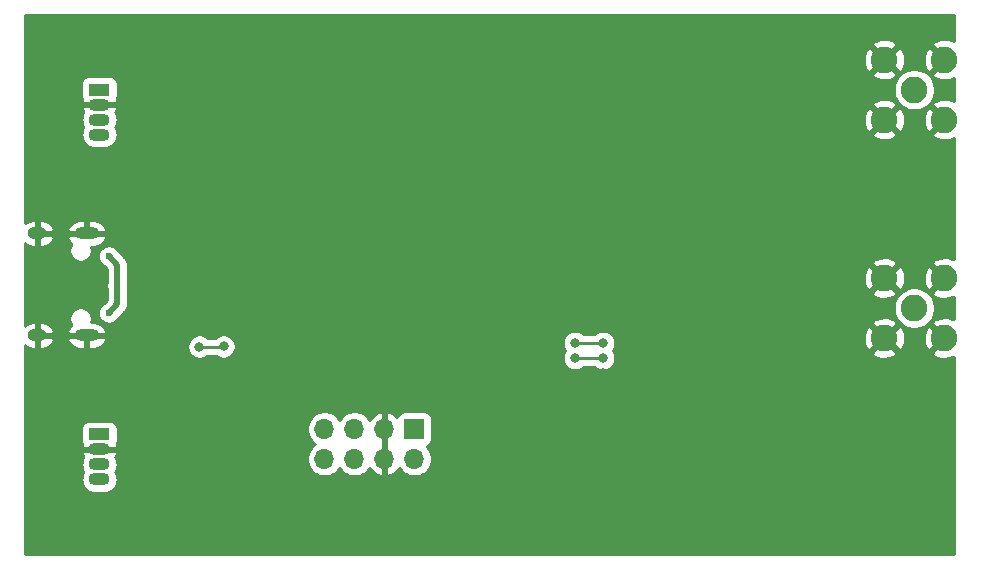
<source format=gbr>
G04 #@! TF.GenerationSoftware,KiCad,Pcbnew,5.1.8-db9833491~87~ubuntu20.04.1*
G04 #@! TF.CreationDate,2020-11-19T09:14:22+01:00*
G04 #@! TF.ProjectId,garfield,67617266-6965-46c6-942e-6b696361645f,v1.0*
G04 #@! TF.SameCoordinates,Original*
G04 #@! TF.FileFunction,Copper,L2,Bot*
G04 #@! TF.FilePolarity,Positive*
%FSLAX46Y46*%
G04 Gerber Fmt 4.6, Leading zero omitted, Abs format (unit mm)*
G04 Created by KiCad (PCBNEW 5.1.8-db9833491~87~ubuntu20.04.1) date 2020-11-19 09:14:22*
%MOMM*%
%LPD*%
G01*
G04 APERTURE LIST*
G04 #@! TA.AperFunction,ComponentPad*
%ADD10O,1.800000X1.070000*%
G04 #@! TD*
G04 #@! TA.AperFunction,ComponentPad*
%ADD11R,1.800000X1.070000*%
G04 #@! TD*
G04 #@! TA.AperFunction,ComponentPad*
%ADD12R,1.700000X1.700000*%
G04 #@! TD*
G04 #@! TA.AperFunction,ComponentPad*
%ADD13O,1.700000X1.700000*%
G04 #@! TD*
G04 #@! TA.AperFunction,ComponentPad*
%ADD14C,2.250000*%
G04 #@! TD*
G04 #@! TA.AperFunction,ComponentPad*
%ADD15O,2.100000X1.000000*%
G04 #@! TD*
G04 #@! TA.AperFunction,ComponentPad*
%ADD16O,1.600000X1.000000*%
G04 #@! TD*
G04 #@! TA.AperFunction,ViaPad*
%ADD17C,0.600000*%
G04 #@! TD*
G04 #@! TA.AperFunction,ViaPad*
%ADD18C,0.800000*%
G04 #@! TD*
G04 #@! TA.AperFunction,Conductor*
%ADD19C,0.500000*%
G04 #@! TD*
G04 #@! TA.AperFunction,Conductor*
%ADD20C,0.250000*%
G04 #@! TD*
G04 #@! TA.AperFunction,Conductor*
%ADD21C,0.254000*%
G04 #@! TD*
G04 #@! TA.AperFunction,Conductor*
%ADD22C,0.100000*%
G04 #@! TD*
G04 APERTURE END LIST*
D10*
X127000000Y-100810000D03*
X127000000Y-99540000D03*
X127000000Y-98270000D03*
D11*
X127000000Y-97000000D03*
X127000000Y-126200000D03*
D10*
X127000000Y-127470000D03*
X127000000Y-128740000D03*
X127000000Y-130010000D03*
D12*
X153670000Y-125730000D03*
D13*
X153670000Y-128270000D03*
X151130000Y-125730000D03*
X151130000Y-128270000D03*
X148590000Y-125730000D03*
X148590000Y-128270000D03*
X146050000Y-125730000D03*
X146050000Y-128270000D03*
D14*
X196000000Y-97000000D03*
X193460000Y-99540000D03*
X198540000Y-99540000D03*
X198540000Y-94460000D03*
X193460000Y-94460000D03*
X193460000Y-112960000D03*
X198540000Y-112960000D03*
X198540000Y-118040000D03*
X193460000Y-118040000D03*
X196000000Y-115500000D03*
D15*
X125930000Y-117820000D03*
X125930000Y-109180000D03*
D16*
X121750000Y-109180000D03*
X121750000Y-117820000D03*
D17*
X130530002Y-113500000D03*
D18*
X127800000Y-122050000D03*
X135000000Y-122050000D03*
X138160000Y-107439998D03*
X143830000Y-119560000D03*
X134930000Y-116330000D03*
X172950000Y-97405000D03*
X172950000Y-111375000D03*
X172950000Y-129875000D03*
X172950000Y-115905000D03*
X149600000Y-112250000D03*
X149600000Y-113750000D03*
D17*
X144200000Y-112750000D03*
D18*
X131430000Y-121190000D03*
X131869996Y-116100000D03*
X131880000Y-110890000D03*
X169650000Y-102490002D03*
X169660000Y-120980000D03*
X142110008Y-122110000D03*
D17*
X127800000Y-115900000D03*
X127800000Y-111100000D03*
X128520011Y-113577490D03*
D18*
X137510000Y-118740000D03*
X135470000Y-118770000D03*
X169650000Y-119730004D03*
X167260004Y-119730000D03*
X169640000Y-118449994D03*
X167260002Y-118450000D03*
D19*
X128520011Y-111820011D02*
X128520011Y-113577490D01*
X127800000Y-111100000D02*
X128520011Y-111820011D01*
X128520011Y-115179989D02*
X128520011Y-113577490D01*
X127800000Y-115900000D02*
X128520011Y-115179989D01*
D20*
X135470000Y-118770000D02*
X137480000Y-118770000D01*
X169650000Y-119730004D02*
X167260008Y-119730004D01*
X167260008Y-119730004D02*
X167260004Y-119730000D01*
X167260008Y-118449994D02*
X167260002Y-118450000D01*
X169640000Y-118449994D02*
X167260008Y-118449994D01*
D21*
X199315000Y-92879813D02*
X199163160Y-92804911D01*
X198828295Y-92715140D01*
X198482350Y-92692424D01*
X198138620Y-92737634D01*
X197810315Y-92849034D01*
X197605921Y-92958286D01*
X197495074Y-93235469D01*
X198540000Y-94280395D01*
X198554143Y-94266253D01*
X198733748Y-94445858D01*
X198719605Y-94460000D01*
X198733748Y-94474143D01*
X198554143Y-94653748D01*
X198540000Y-94639605D01*
X197495074Y-95684531D01*
X197605921Y-95961714D01*
X197916840Y-96115089D01*
X198251705Y-96204860D01*
X198597650Y-96227576D01*
X198941380Y-96182366D01*
X199269685Y-96070966D01*
X199315000Y-96046744D01*
X199315000Y-97959813D01*
X199163160Y-97884911D01*
X198828295Y-97795140D01*
X198482350Y-97772424D01*
X198138620Y-97817634D01*
X197810315Y-97929034D01*
X197605921Y-98038286D01*
X197495074Y-98315469D01*
X198540000Y-99360395D01*
X198554143Y-99346253D01*
X198733748Y-99525858D01*
X198719605Y-99540000D01*
X198733748Y-99554143D01*
X198554143Y-99733748D01*
X198540000Y-99719605D01*
X197495074Y-100764531D01*
X197605921Y-101041714D01*
X197916840Y-101195089D01*
X198251705Y-101284860D01*
X198597650Y-101307576D01*
X198941380Y-101262366D01*
X199269685Y-101150966D01*
X199315000Y-101126744D01*
X199315000Y-111379813D01*
X199163160Y-111304911D01*
X198828295Y-111215140D01*
X198482350Y-111192424D01*
X198138620Y-111237634D01*
X197810315Y-111349034D01*
X197605921Y-111458286D01*
X197495074Y-111735469D01*
X198540000Y-112780395D01*
X198554143Y-112766253D01*
X198733748Y-112945858D01*
X198719605Y-112960000D01*
X198733748Y-112974143D01*
X198554143Y-113153748D01*
X198540000Y-113139605D01*
X197495074Y-114184531D01*
X197605921Y-114461714D01*
X197916840Y-114615089D01*
X198251705Y-114704860D01*
X198597650Y-114727576D01*
X198941380Y-114682366D01*
X199269685Y-114570966D01*
X199315001Y-114546744D01*
X199315001Y-116459813D01*
X199163160Y-116384911D01*
X198828295Y-116295140D01*
X198482350Y-116272424D01*
X198138620Y-116317634D01*
X197810315Y-116429034D01*
X197605921Y-116538286D01*
X197495074Y-116815469D01*
X198540000Y-117860395D01*
X198554143Y-117846253D01*
X198733748Y-118025858D01*
X198719605Y-118040000D01*
X198733748Y-118054143D01*
X198554143Y-118233748D01*
X198540000Y-118219605D01*
X197495074Y-119264531D01*
X197605921Y-119541714D01*
X197916840Y-119695089D01*
X198251705Y-119784860D01*
X198597650Y-119807576D01*
X198941380Y-119762366D01*
X199269685Y-119650966D01*
X199315001Y-119626744D01*
X199315001Y-136315000D01*
X120685000Y-136315000D01*
X120685000Y-128740000D01*
X125459339Y-128740000D01*
X125481929Y-128969360D01*
X125548831Y-129189906D01*
X125647766Y-129375000D01*
X125548831Y-129560094D01*
X125481929Y-129780640D01*
X125459339Y-130010000D01*
X125481929Y-130239360D01*
X125548831Y-130459906D01*
X125657474Y-130663162D01*
X125803682Y-130841318D01*
X125981838Y-130987526D01*
X126185094Y-131096169D01*
X126405640Y-131163071D01*
X126577523Y-131180000D01*
X127422477Y-131180000D01*
X127594360Y-131163071D01*
X127814906Y-131096169D01*
X128018162Y-130987526D01*
X128196318Y-130841318D01*
X128342526Y-130663162D01*
X128451169Y-130459906D01*
X128518071Y-130239360D01*
X128540661Y-130010000D01*
X128518071Y-129780640D01*
X128451169Y-129560094D01*
X128352234Y-129375000D01*
X128451169Y-129189906D01*
X128518071Y-128969360D01*
X128540661Y-128740000D01*
X128518071Y-128510640D01*
X128451169Y-128290094D01*
X128350846Y-128102404D01*
X128408377Y-128014421D01*
X128493900Y-127777383D01*
X128368244Y-127597000D01*
X127627560Y-127597000D01*
X127594360Y-127586929D01*
X127422477Y-127570000D01*
X126577523Y-127570000D01*
X126405640Y-127586929D01*
X126372440Y-127597000D01*
X125631756Y-127597000D01*
X125506100Y-127777383D01*
X125591623Y-128014421D01*
X125649154Y-128102404D01*
X125548831Y-128290094D01*
X125481929Y-128510640D01*
X125459339Y-128740000D01*
X120685000Y-128740000D01*
X120685000Y-125665000D01*
X125461928Y-125665000D01*
X125461928Y-126735000D01*
X125474188Y-126859482D01*
X125510498Y-126979180D01*
X125547385Y-127048190D01*
X125506100Y-127162617D01*
X125631756Y-127343000D01*
X125916800Y-127343000D01*
X125975518Y-127360812D01*
X126100000Y-127373072D01*
X127900000Y-127373072D01*
X128024482Y-127360812D01*
X128083200Y-127343000D01*
X128368244Y-127343000D01*
X128493900Y-127162617D01*
X128452615Y-127048190D01*
X128489502Y-126979180D01*
X128525812Y-126859482D01*
X128538072Y-126735000D01*
X128538072Y-125665000D01*
X128530069Y-125583740D01*
X144565000Y-125583740D01*
X144565000Y-125876260D01*
X144622068Y-126163158D01*
X144734010Y-126433411D01*
X144896525Y-126676632D01*
X145103368Y-126883475D01*
X145277760Y-127000000D01*
X145103368Y-127116525D01*
X144896525Y-127323368D01*
X144734010Y-127566589D01*
X144622068Y-127836842D01*
X144565000Y-128123740D01*
X144565000Y-128416260D01*
X144622068Y-128703158D01*
X144734010Y-128973411D01*
X144896525Y-129216632D01*
X145103368Y-129423475D01*
X145346589Y-129585990D01*
X145616842Y-129697932D01*
X145903740Y-129755000D01*
X146196260Y-129755000D01*
X146483158Y-129697932D01*
X146753411Y-129585990D01*
X146996632Y-129423475D01*
X147203475Y-129216632D01*
X147320000Y-129042240D01*
X147436525Y-129216632D01*
X147643368Y-129423475D01*
X147886589Y-129585990D01*
X148156842Y-129697932D01*
X148443740Y-129755000D01*
X148736260Y-129755000D01*
X149023158Y-129697932D01*
X149293411Y-129585990D01*
X149536632Y-129423475D01*
X149743475Y-129216632D01*
X149865195Y-129034466D01*
X149934822Y-129151355D01*
X150129731Y-129367588D01*
X150363080Y-129541641D01*
X150625901Y-129666825D01*
X150773110Y-129711476D01*
X151003000Y-129590155D01*
X151003000Y-128397000D01*
X150983000Y-128397000D01*
X150983000Y-128143000D01*
X151003000Y-128143000D01*
X151003000Y-125857000D01*
X150983000Y-125857000D01*
X150983000Y-125603000D01*
X151003000Y-125603000D01*
X151003000Y-124409845D01*
X151257000Y-124409845D01*
X151257000Y-125603000D01*
X151277000Y-125603000D01*
X151277000Y-125857000D01*
X151257000Y-125857000D01*
X151257000Y-128143000D01*
X151277000Y-128143000D01*
X151277000Y-128397000D01*
X151257000Y-128397000D01*
X151257000Y-129590155D01*
X151486890Y-129711476D01*
X151634099Y-129666825D01*
X151896920Y-129541641D01*
X152130269Y-129367588D01*
X152325178Y-129151355D01*
X152394805Y-129034466D01*
X152516525Y-129216632D01*
X152723368Y-129423475D01*
X152966589Y-129585990D01*
X153236842Y-129697932D01*
X153523740Y-129755000D01*
X153816260Y-129755000D01*
X154103158Y-129697932D01*
X154373411Y-129585990D01*
X154616632Y-129423475D01*
X154823475Y-129216632D01*
X154985990Y-128973411D01*
X155097932Y-128703158D01*
X155155000Y-128416260D01*
X155155000Y-128123740D01*
X155097932Y-127836842D01*
X154985990Y-127566589D01*
X154823475Y-127323368D01*
X154691620Y-127191513D01*
X154764180Y-127169502D01*
X154874494Y-127110537D01*
X154971185Y-127031185D01*
X155050537Y-126934494D01*
X155109502Y-126824180D01*
X155145812Y-126704482D01*
X155158072Y-126580000D01*
X155158072Y-124880000D01*
X155145812Y-124755518D01*
X155109502Y-124635820D01*
X155050537Y-124525506D01*
X154971185Y-124428815D01*
X154874494Y-124349463D01*
X154764180Y-124290498D01*
X154644482Y-124254188D01*
X154520000Y-124241928D01*
X152820000Y-124241928D01*
X152695518Y-124254188D01*
X152575820Y-124290498D01*
X152465506Y-124349463D01*
X152368815Y-124428815D01*
X152289463Y-124525506D01*
X152230498Y-124635820D01*
X152206034Y-124716466D01*
X152130269Y-124632412D01*
X151896920Y-124458359D01*
X151634099Y-124333175D01*
X151486890Y-124288524D01*
X151257000Y-124409845D01*
X151003000Y-124409845D01*
X150773110Y-124288524D01*
X150625901Y-124333175D01*
X150363080Y-124458359D01*
X150129731Y-124632412D01*
X149934822Y-124848645D01*
X149865195Y-124965534D01*
X149743475Y-124783368D01*
X149536632Y-124576525D01*
X149293411Y-124414010D01*
X149023158Y-124302068D01*
X148736260Y-124245000D01*
X148443740Y-124245000D01*
X148156842Y-124302068D01*
X147886589Y-124414010D01*
X147643368Y-124576525D01*
X147436525Y-124783368D01*
X147320000Y-124957760D01*
X147203475Y-124783368D01*
X146996632Y-124576525D01*
X146753411Y-124414010D01*
X146483158Y-124302068D01*
X146196260Y-124245000D01*
X145903740Y-124245000D01*
X145616842Y-124302068D01*
X145346589Y-124414010D01*
X145103368Y-124576525D01*
X144896525Y-124783368D01*
X144734010Y-125026589D01*
X144622068Y-125296842D01*
X144565000Y-125583740D01*
X128530069Y-125583740D01*
X128525812Y-125540518D01*
X128489502Y-125420820D01*
X128430537Y-125310506D01*
X128351185Y-125213815D01*
X128254494Y-125134463D01*
X128144180Y-125075498D01*
X128024482Y-125039188D01*
X127900000Y-125026928D01*
X126100000Y-125026928D01*
X125975518Y-125039188D01*
X125855820Y-125075498D01*
X125745506Y-125134463D01*
X125648815Y-125213815D01*
X125569463Y-125310506D01*
X125510498Y-125420820D01*
X125474188Y-125540518D01*
X125461928Y-125665000D01*
X120685000Y-125665000D01*
X120685000Y-118663555D01*
X120713831Y-118693161D01*
X120898322Y-118820003D01*
X121104013Y-118908415D01*
X121323000Y-118955000D01*
X121623000Y-118955000D01*
X121623000Y-117947000D01*
X121877000Y-117947000D01*
X121877000Y-118955000D01*
X122177000Y-118955000D01*
X122395987Y-118908415D01*
X122601678Y-118820003D01*
X122786169Y-118693161D01*
X122942369Y-118532764D01*
X123064276Y-118344976D01*
X123144119Y-118121874D01*
X124285881Y-118121874D01*
X124365724Y-118344976D01*
X124487631Y-118532764D01*
X124643831Y-118693161D01*
X124828322Y-118820003D01*
X125034013Y-118908415D01*
X125253000Y-118955000D01*
X125803000Y-118955000D01*
X125803000Y-117947000D01*
X126057000Y-117947000D01*
X126057000Y-118955000D01*
X126607000Y-118955000D01*
X126825987Y-118908415D01*
X127031678Y-118820003D01*
X127216169Y-118693161D01*
X127240612Y-118668061D01*
X134435000Y-118668061D01*
X134435000Y-118871939D01*
X134474774Y-119071898D01*
X134552795Y-119260256D01*
X134666063Y-119429774D01*
X134810226Y-119573937D01*
X134979744Y-119687205D01*
X135168102Y-119765226D01*
X135368061Y-119805000D01*
X135571939Y-119805000D01*
X135771898Y-119765226D01*
X135960256Y-119687205D01*
X136129774Y-119573937D01*
X136173711Y-119530000D01*
X136836289Y-119530000D01*
X136850226Y-119543937D01*
X137019744Y-119657205D01*
X137208102Y-119735226D01*
X137408061Y-119775000D01*
X137611939Y-119775000D01*
X137811898Y-119735226D01*
X138000256Y-119657205D01*
X138169774Y-119543937D01*
X138313937Y-119399774D01*
X138427205Y-119230256D01*
X138505226Y-119041898D01*
X138545000Y-118841939D01*
X138545000Y-118638061D01*
X138505226Y-118438102D01*
X138467930Y-118348061D01*
X166225002Y-118348061D01*
X166225002Y-118551939D01*
X166264776Y-118751898D01*
X166342797Y-118940256D01*
X166442853Y-119090001D01*
X166342799Y-119239744D01*
X166264778Y-119428102D01*
X166225004Y-119628061D01*
X166225004Y-119831939D01*
X166264778Y-120031898D01*
X166342799Y-120220256D01*
X166456067Y-120389774D01*
X166600230Y-120533937D01*
X166769748Y-120647205D01*
X166958106Y-120725226D01*
X167158065Y-120765000D01*
X167361943Y-120765000D01*
X167561902Y-120725226D01*
X167750260Y-120647205D01*
X167919778Y-120533937D01*
X167963711Y-120490004D01*
X168946289Y-120490004D01*
X168990226Y-120533941D01*
X169159744Y-120647209D01*
X169348102Y-120725230D01*
X169548061Y-120765004D01*
X169751939Y-120765004D01*
X169951898Y-120725230D01*
X170140256Y-120647209D01*
X170309774Y-120533941D01*
X170453937Y-120389778D01*
X170567205Y-120220260D01*
X170645226Y-120031902D01*
X170685000Y-119831943D01*
X170685000Y-119628065D01*
X170645226Y-119428106D01*
X170577471Y-119264531D01*
X192415074Y-119264531D01*
X192525921Y-119541714D01*
X192836840Y-119695089D01*
X193171705Y-119784860D01*
X193517650Y-119807576D01*
X193861380Y-119762366D01*
X194189685Y-119650966D01*
X194394079Y-119541714D01*
X194504926Y-119264531D01*
X193460000Y-118219605D01*
X192415074Y-119264531D01*
X170577471Y-119264531D01*
X170567205Y-119239748D01*
X170462146Y-119082516D01*
X170557205Y-118940250D01*
X170635226Y-118751892D01*
X170675000Y-118551933D01*
X170675000Y-118348055D01*
X170635226Y-118148096D01*
X170614331Y-118097650D01*
X191692424Y-118097650D01*
X191737634Y-118441380D01*
X191849034Y-118769685D01*
X191958286Y-118974079D01*
X192235469Y-119084926D01*
X193280395Y-118040000D01*
X193639605Y-118040000D01*
X194684531Y-119084926D01*
X194961714Y-118974079D01*
X195115089Y-118663160D01*
X195204860Y-118328295D01*
X195220004Y-118097650D01*
X196772424Y-118097650D01*
X196817634Y-118441380D01*
X196929034Y-118769685D01*
X197038286Y-118974079D01*
X197315469Y-119084926D01*
X198360395Y-118040000D01*
X197315469Y-116995074D01*
X197038286Y-117105921D01*
X196884911Y-117416840D01*
X196795140Y-117751705D01*
X196772424Y-118097650D01*
X195220004Y-118097650D01*
X195227576Y-117982350D01*
X195182366Y-117638620D01*
X195070966Y-117310315D01*
X194961714Y-117105921D01*
X194684531Y-116995074D01*
X193639605Y-118040000D01*
X193280395Y-118040000D01*
X192235469Y-116995074D01*
X191958286Y-117105921D01*
X191804911Y-117416840D01*
X191715140Y-117751705D01*
X191692424Y-118097650D01*
X170614331Y-118097650D01*
X170557205Y-117959738D01*
X170443937Y-117790220D01*
X170299774Y-117646057D01*
X170130256Y-117532789D01*
X169941898Y-117454768D01*
X169741939Y-117414994D01*
X169538061Y-117414994D01*
X169338102Y-117454768D01*
X169149744Y-117532789D01*
X168980226Y-117646057D01*
X168936289Y-117689994D01*
X167963707Y-117689994D01*
X167919776Y-117646063D01*
X167750258Y-117532795D01*
X167561900Y-117454774D01*
X167361941Y-117415000D01*
X167158063Y-117415000D01*
X166958104Y-117454774D01*
X166769746Y-117532795D01*
X166600228Y-117646063D01*
X166456065Y-117790226D01*
X166342797Y-117959744D01*
X166264776Y-118148102D01*
X166225002Y-118348061D01*
X138467930Y-118348061D01*
X138427205Y-118249744D01*
X138313937Y-118080226D01*
X138169774Y-117936063D01*
X138000256Y-117822795D01*
X137811898Y-117744774D01*
X137611939Y-117705000D01*
X137408061Y-117705000D01*
X137208102Y-117744774D01*
X137019744Y-117822795D01*
X136850226Y-117936063D01*
X136776289Y-118010000D01*
X136173711Y-118010000D01*
X136129774Y-117966063D01*
X135960256Y-117852795D01*
X135771898Y-117774774D01*
X135571939Y-117735000D01*
X135368061Y-117735000D01*
X135168102Y-117774774D01*
X134979744Y-117852795D01*
X134810226Y-117966063D01*
X134666063Y-118110226D01*
X134552795Y-118279744D01*
X134474774Y-118468102D01*
X134435000Y-118668061D01*
X127240612Y-118668061D01*
X127372369Y-118532764D01*
X127494276Y-118344976D01*
X127574119Y-118121874D01*
X127447954Y-117947000D01*
X126057000Y-117947000D01*
X125803000Y-117947000D01*
X124412046Y-117947000D01*
X124285881Y-118121874D01*
X123144119Y-118121874D01*
X123017954Y-117947000D01*
X121877000Y-117947000D01*
X121623000Y-117947000D01*
X121603000Y-117947000D01*
X121603000Y-117693000D01*
X121623000Y-117693000D01*
X121623000Y-116685000D01*
X121877000Y-116685000D01*
X121877000Y-117693000D01*
X123017954Y-117693000D01*
X123144119Y-117518126D01*
X124285881Y-117518126D01*
X124412046Y-117693000D01*
X125803000Y-117693000D01*
X125803000Y-117673000D01*
X126057000Y-117673000D01*
X126057000Y-117693000D01*
X127447954Y-117693000D01*
X127574119Y-117518126D01*
X127494276Y-117295024D01*
X127372369Y-117107236D01*
X127216169Y-116946839D01*
X127031678Y-116819997D01*
X126825987Y-116731585D01*
X126607000Y-116685000D01*
X126316904Y-116685000D01*
X126323108Y-116670022D01*
X126360000Y-116484552D01*
X126360000Y-116295448D01*
X126323108Y-116109978D01*
X126250741Y-115935269D01*
X126145681Y-115778036D01*
X126011964Y-115644319D01*
X125854731Y-115539259D01*
X125680022Y-115466892D01*
X125494552Y-115430000D01*
X125305448Y-115430000D01*
X125119978Y-115466892D01*
X124945269Y-115539259D01*
X124788036Y-115644319D01*
X124654319Y-115778036D01*
X124549259Y-115935269D01*
X124476892Y-116109978D01*
X124440000Y-116295448D01*
X124440000Y-116484552D01*
X124476892Y-116670022D01*
X124549259Y-116844731D01*
X124628206Y-116962884D01*
X124487631Y-117107236D01*
X124365724Y-117295024D01*
X124285881Y-117518126D01*
X123144119Y-117518126D01*
X123064276Y-117295024D01*
X122942369Y-117107236D01*
X122786169Y-116946839D01*
X122601678Y-116819997D01*
X122395987Y-116731585D01*
X122177000Y-116685000D01*
X121877000Y-116685000D01*
X121623000Y-116685000D01*
X121323000Y-116685000D01*
X121104013Y-116731585D01*
X120898322Y-116819997D01*
X120713831Y-116946839D01*
X120685000Y-116976445D01*
X120685000Y-110023555D01*
X120713831Y-110053161D01*
X120898322Y-110180003D01*
X121104013Y-110268415D01*
X121323000Y-110315000D01*
X121623000Y-110315000D01*
X121623000Y-109307000D01*
X121877000Y-109307000D01*
X121877000Y-110315000D01*
X122177000Y-110315000D01*
X122395987Y-110268415D01*
X122601678Y-110180003D01*
X122786169Y-110053161D01*
X122942369Y-109892764D01*
X123064276Y-109704976D01*
X123144119Y-109481874D01*
X124285881Y-109481874D01*
X124365724Y-109704976D01*
X124487631Y-109892764D01*
X124628206Y-110037116D01*
X124549259Y-110155269D01*
X124476892Y-110329978D01*
X124440000Y-110515448D01*
X124440000Y-110704552D01*
X124476892Y-110890022D01*
X124549259Y-111064731D01*
X124654319Y-111221964D01*
X124788036Y-111355681D01*
X124945269Y-111460741D01*
X125119978Y-111533108D01*
X125305448Y-111570000D01*
X125494552Y-111570000D01*
X125680022Y-111533108D01*
X125854731Y-111460741D01*
X126011964Y-111355681D01*
X126145681Y-111221964D01*
X126250741Y-111064731D01*
X126274276Y-111007911D01*
X126865000Y-111007911D01*
X126865000Y-111192089D01*
X126900932Y-111372729D01*
X126971414Y-111542889D01*
X127073738Y-111696028D01*
X127203972Y-111826262D01*
X127357111Y-111928586D01*
X127391077Y-111942655D01*
X127635011Y-112186590D01*
X127635012Y-113270796D01*
X127620943Y-113304761D01*
X127585011Y-113485401D01*
X127585011Y-113669579D01*
X127620943Y-113850219D01*
X127635012Y-113884184D01*
X127635011Y-114813410D01*
X127391077Y-115057345D01*
X127357111Y-115071414D01*
X127203972Y-115173738D01*
X127073738Y-115303972D01*
X126971414Y-115457111D01*
X126900932Y-115627271D01*
X126865000Y-115807911D01*
X126865000Y-115992089D01*
X126900932Y-116172729D01*
X126971414Y-116342889D01*
X127073738Y-116496028D01*
X127203972Y-116626262D01*
X127357111Y-116728586D01*
X127527271Y-116799068D01*
X127707911Y-116835000D01*
X127892089Y-116835000D01*
X127990276Y-116815469D01*
X192415074Y-116815469D01*
X193460000Y-117860395D01*
X194504926Y-116815469D01*
X194394079Y-116538286D01*
X194083160Y-116384911D01*
X193748295Y-116295140D01*
X193402350Y-116272424D01*
X193058620Y-116317634D01*
X192730315Y-116429034D01*
X192525921Y-116538286D01*
X192415074Y-116815469D01*
X127990276Y-116815469D01*
X128072729Y-116799068D01*
X128242889Y-116728586D01*
X128396028Y-116626262D01*
X128526262Y-116496028D01*
X128628586Y-116342889D01*
X128642655Y-116308923D01*
X129115061Y-115836518D01*
X129148828Y-115808806D01*
X129259422Y-115674048D01*
X129341600Y-115520302D01*
X129392206Y-115353479D01*
X129394847Y-115326655D01*
X194240000Y-115326655D01*
X194240000Y-115673345D01*
X194307636Y-116013373D01*
X194440308Y-116333673D01*
X194632919Y-116621935D01*
X194878065Y-116867081D01*
X195166327Y-117059692D01*
X195486627Y-117192364D01*
X195826655Y-117260000D01*
X196173345Y-117260000D01*
X196513373Y-117192364D01*
X196833673Y-117059692D01*
X197121935Y-116867081D01*
X197367081Y-116621935D01*
X197559692Y-116333673D01*
X197692364Y-116013373D01*
X197760000Y-115673345D01*
X197760000Y-115326655D01*
X197692364Y-114986627D01*
X197559692Y-114666327D01*
X197367081Y-114378065D01*
X197121935Y-114132919D01*
X196833673Y-113940308D01*
X196513373Y-113807636D01*
X196173345Y-113740000D01*
X195826655Y-113740000D01*
X195486627Y-113807636D01*
X195166327Y-113940308D01*
X194878065Y-114132919D01*
X194632919Y-114378065D01*
X194440308Y-114666327D01*
X194307636Y-114986627D01*
X194240000Y-115326655D01*
X129394847Y-115326655D01*
X129405011Y-115223466D01*
X129405011Y-115223456D01*
X129409292Y-115179990D01*
X129405011Y-115136524D01*
X129405011Y-114184531D01*
X192415074Y-114184531D01*
X192525921Y-114461714D01*
X192836840Y-114615089D01*
X193171705Y-114704860D01*
X193517650Y-114727576D01*
X193861380Y-114682366D01*
X194189685Y-114570966D01*
X194394079Y-114461714D01*
X194504926Y-114184531D01*
X193460000Y-113139605D01*
X192415074Y-114184531D01*
X129405011Y-114184531D01*
X129405011Y-113884182D01*
X129419079Y-113850219D01*
X129455011Y-113669579D01*
X129455011Y-113485401D01*
X129419079Y-113304761D01*
X129405011Y-113270798D01*
X129405011Y-113017650D01*
X191692424Y-113017650D01*
X191737634Y-113361380D01*
X191849034Y-113689685D01*
X191958286Y-113894079D01*
X192235469Y-114004926D01*
X193280395Y-112960000D01*
X193639605Y-112960000D01*
X194684531Y-114004926D01*
X194961714Y-113894079D01*
X195115089Y-113583160D01*
X195204860Y-113248295D01*
X195220004Y-113017650D01*
X196772424Y-113017650D01*
X196817634Y-113361380D01*
X196929034Y-113689685D01*
X197038286Y-113894079D01*
X197315469Y-114004926D01*
X198360395Y-112960000D01*
X197315469Y-111915074D01*
X197038286Y-112025921D01*
X196884911Y-112336840D01*
X196795140Y-112671705D01*
X196772424Y-113017650D01*
X195220004Y-113017650D01*
X195227576Y-112902350D01*
X195182366Y-112558620D01*
X195070966Y-112230315D01*
X194961714Y-112025921D01*
X194684531Y-111915074D01*
X193639605Y-112960000D01*
X193280395Y-112960000D01*
X192235469Y-111915074D01*
X191958286Y-112025921D01*
X191804911Y-112336840D01*
X191715140Y-112671705D01*
X191692424Y-113017650D01*
X129405011Y-113017650D01*
X129405011Y-111863476D01*
X129409292Y-111820010D01*
X129405011Y-111776544D01*
X129405011Y-111776534D01*
X129400967Y-111735469D01*
X192415074Y-111735469D01*
X193460000Y-112780395D01*
X194504926Y-111735469D01*
X194394079Y-111458286D01*
X194083160Y-111304911D01*
X193748295Y-111215140D01*
X193402350Y-111192424D01*
X193058620Y-111237634D01*
X192730315Y-111349034D01*
X192525921Y-111458286D01*
X192415074Y-111735469D01*
X129400967Y-111735469D01*
X129392206Y-111646521D01*
X129341600Y-111479698D01*
X129259422Y-111325952D01*
X129148828Y-111191194D01*
X129115061Y-111163482D01*
X128642655Y-110691077D01*
X128628586Y-110657111D01*
X128526262Y-110503972D01*
X128396028Y-110373738D01*
X128242889Y-110271414D01*
X128072729Y-110200932D01*
X127892089Y-110165000D01*
X127707911Y-110165000D01*
X127527271Y-110200932D01*
X127357111Y-110271414D01*
X127203972Y-110373738D01*
X127073738Y-110503972D01*
X126971414Y-110657111D01*
X126900932Y-110827271D01*
X126865000Y-111007911D01*
X126274276Y-111007911D01*
X126323108Y-110890022D01*
X126360000Y-110704552D01*
X126360000Y-110515448D01*
X126323108Y-110329978D01*
X126316904Y-110315000D01*
X126607000Y-110315000D01*
X126825987Y-110268415D01*
X127031678Y-110180003D01*
X127216169Y-110053161D01*
X127372369Y-109892764D01*
X127494276Y-109704976D01*
X127574119Y-109481874D01*
X127447954Y-109307000D01*
X126057000Y-109307000D01*
X126057000Y-109327000D01*
X125803000Y-109327000D01*
X125803000Y-109307000D01*
X124412046Y-109307000D01*
X124285881Y-109481874D01*
X123144119Y-109481874D01*
X123017954Y-109307000D01*
X121877000Y-109307000D01*
X121623000Y-109307000D01*
X121603000Y-109307000D01*
X121603000Y-109053000D01*
X121623000Y-109053000D01*
X121623000Y-108045000D01*
X121877000Y-108045000D01*
X121877000Y-109053000D01*
X123017954Y-109053000D01*
X123144119Y-108878126D01*
X124285881Y-108878126D01*
X124412046Y-109053000D01*
X125803000Y-109053000D01*
X125803000Y-108045000D01*
X126057000Y-108045000D01*
X126057000Y-109053000D01*
X127447954Y-109053000D01*
X127574119Y-108878126D01*
X127494276Y-108655024D01*
X127372369Y-108467236D01*
X127216169Y-108306839D01*
X127031678Y-108179997D01*
X126825987Y-108091585D01*
X126607000Y-108045000D01*
X126057000Y-108045000D01*
X125803000Y-108045000D01*
X125253000Y-108045000D01*
X125034013Y-108091585D01*
X124828322Y-108179997D01*
X124643831Y-108306839D01*
X124487631Y-108467236D01*
X124365724Y-108655024D01*
X124285881Y-108878126D01*
X123144119Y-108878126D01*
X123064276Y-108655024D01*
X122942369Y-108467236D01*
X122786169Y-108306839D01*
X122601678Y-108179997D01*
X122395987Y-108091585D01*
X122177000Y-108045000D01*
X121877000Y-108045000D01*
X121623000Y-108045000D01*
X121323000Y-108045000D01*
X121104013Y-108091585D01*
X120898322Y-108179997D01*
X120713831Y-108306839D01*
X120685000Y-108336445D01*
X120685000Y-99540000D01*
X125459339Y-99540000D01*
X125481929Y-99769360D01*
X125548831Y-99989906D01*
X125647766Y-100175000D01*
X125548831Y-100360094D01*
X125481929Y-100580640D01*
X125459339Y-100810000D01*
X125481929Y-101039360D01*
X125548831Y-101259906D01*
X125657474Y-101463162D01*
X125803682Y-101641318D01*
X125981838Y-101787526D01*
X126185094Y-101896169D01*
X126405640Y-101963071D01*
X126577523Y-101980000D01*
X127422477Y-101980000D01*
X127594360Y-101963071D01*
X127814906Y-101896169D01*
X128018162Y-101787526D01*
X128196318Y-101641318D01*
X128342526Y-101463162D01*
X128451169Y-101259906D01*
X128518071Y-101039360D01*
X128540661Y-100810000D01*
X128536183Y-100764531D01*
X192415074Y-100764531D01*
X192525921Y-101041714D01*
X192836840Y-101195089D01*
X193171705Y-101284860D01*
X193517650Y-101307576D01*
X193861380Y-101262366D01*
X194189685Y-101150966D01*
X194394079Y-101041714D01*
X194504926Y-100764531D01*
X193460000Y-99719605D01*
X192415074Y-100764531D01*
X128536183Y-100764531D01*
X128518071Y-100580640D01*
X128451169Y-100360094D01*
X128352234Y-100175000D01*
X128451169Y-99989906D01*
X128518071Y-99769360D01*
X128534982Y-99597650D01*
X191692424Y-99597650D01*
X191737634Y-99941380D01*
X191849034Y-100269685D01*
X191958286Y-100474079D01*
X192235469Y-100584926D01*
X193280395Y-99540000D01*
X193639605Y-99540000D01*
X194684531Y-100584926D01*
X194961714Y-100474079D01*
X195115089Y-100163160D01*
X195204860Y-99828295D01*
X195220004Y-99597650D01*
X196772424Y-99597650D01*
X196817634Y-99941380D01*
X196929034Y-100269685D01*
X197038286Y-100474079D01*
X197315469Y-100584926D01*
X198360395Y-99540000D01*
X197315469Y-98495074D01*
X197038286Y-98605921D01*
X196884911Y-98916840D01*
X196795140Y-99251705D01*
X196772424Y-99597650D01*
X195220004Y-99597650D01*
X195227576Y-99482350D01*
X195182366Y-99138620D01*
X195070966Y-98810315D01*
X194961714Y-98605921D01*
X194684531Y-98495074D01*
X193639605Y-99540000D01*
X193280395Y-99540000D01*
X192235469Y-98495074D01*
X191958286Y-98605921D01*
X191804911Y-98916840D01*
X191715140Y-99251705D01*
X191692424Y-99597650D01*
X128534982Y-99597650D01*
X128540661Y-99540000D01*
X128518071Y-99310640D01*
X128451169Y-99090094D01*
X128350846Y-98902404D01*
X128408377Y-98814421D01*
X128493900Y-98577383D01*
X128368244Y-98397000D01*
X127627560Y-98397000D01*
X127594360Y-98386929D01*
X127422477Y-98370000D01*
X126577523Y-98370000D01*
X126405640Y-98386929D01*
X126372440Y-98397000D01*
X125631756Y-98397000D01*
X125506100Y-98577383D01*
X125591623Y-98814421D01*
X125649154Y-98902404D01*
X125548831Y-99090094D01*
X125481929Y-99310640D01*
X125459339Y-99540000D01*
X120685000Y-99540000D01*
X120685000Y-98315469D01*
X192415074Y-98315469D01*
X193460000Y-99360395D01*
X194504926Y-98315469D01*
X194394079Y-98038286D01*
X194083160Y-97884911D01*
X193748295Y-97795140D01*
X193402350Y-97772424D01*
X193058620Y-97817634D01*
X192730315Y-97929034D01*
X192525921Y-98038286D01*
X192415074Y-98315469D01*
X120685000Y-98315469D01*
X120685000Y-96465000D01*
X125461928Y-96465000D01*
X125461928Y-97535000D01*
X125474188Y-97659482D01*
X125510498Y-97779180D01*
X125547385Y-97848190D01*
X125506100Y-97962617D01*
X125631756Y-98143000D01*
X125916800Y-98143000D01*
X125975518Y-98160812D01*
X126100000Y-98173072D01*
X127900000Y-98173072D01*
X128024482Y-98160812D01*
X128083200Y-98143000D01*
X128368244Y-98143000D01*
X128493900Y-97962617D01*
X128452615Y-97848190D01*
X128489502Y-97779180D01*
X128525812Y-97659482D01*
X128538072Y-97535000D01*
X128538072Y-96826655D01*
X194240000Y-96826655D01*
X194240000Y-97173345D01*
X194307636Y-97513373D01*
X194440308Y-97833673D01*
X194632919Y-98121935D01*
X194878065Y-98367081D01*
X195166327Y-98559692D01*
X195486627Y-98692364D01*
X195826655Y-98760000D01*
X196173345Y-98760000D01*
X196513373Y-98692364D01*
X196833673Y-98559692D01*
X197121935Y-98367081D01*
X197367081Y-98121935D01*
X197559692Y-97833673D01*
X197692364Y-97513373D01*
X197760000Y-97173345D01*
X197760000Y-96826655D01*
X197692364Y-96486627D01*
X197559692Y-96166327D01*
X197367081Y-95878065D01*
X197121935Y-95632919D01*
X196833673Y-95440308D01*
X196513373Y-95307636D01*
X196173345Y-95240000D01*
X195826655Y-95240000D01*
X195486627Y-95307636D01*
X195166327Y-95440308D01*
X194878065Y-95632919D01*
X194632919Y-95878065D01*
X194440308Y-96166327D01*
X194307636Y-96486627D01*
X194240000Y-96826655D01*
X128538072Y-96826655D01*
X128538072Y-96465000D01*
X128525812Y-96340518D01*
X128489502Y-96220820D01*
X128430537Y-96110506D01*
X128351185Y-96013815D01*
X128254494Y-95934463D01*
X128144180Y-95875498D01*
X128024482Y-95839188D01*
X127900000Y-95826928D01*
X126100000Y-95826928D01*
X125975518Y-95839188D01*
X125855820Y-95875498D01*
X125745506Y-95934463D01*
X125648815Y-96013815D01*
X125569463Y-96110506D01*
X125510498Y-96220820D01*
X125474188Y-96340518D01*
X125461928Y-96465000D01*
X120685000Y-96465000D01*
X120685000Y-95684531D01*
X192415074Y-95684531D01*
X192525921Y-95961714D01*
X192836840Y-96115089D01*
X193171705Y-96204860D01*
X193517650Y-96227576D01*
X193861380Y-96182366D01*
X194189685Y-96070966D01*
X194394079Y-95961714D01*
X194504926Y-95684531D01*
X193460000Y-94639605D01*
X192415074Y-95684531D01*
X120685000Y-95684531D01*
X120685000Y-94517650D01*
X191692424Y-94517650D01*
X191737634Y-94861380D01*
X191849034Y-95189685D01*
X191958286Y-95394079D01*
X192235469Y-95504926D01*
X193280395Y-94460000D01*
X193639605Y-94460000D01*
X194684531Y-95504926D01*
X194961714Y-95394079D01*
X195115089Y-95083160D01*
X195204860Y-94748295D01*
X195220004Y-94517650D01*
X196772424Y-94517650D01*
X196817634Y-94861380D01*
X196929034Y-95189685D01*
X197038286Y-95394079D01*
X197315469Y-95504926D01*
X198360395Y-94460000D01*
X197315469Y-93415074D01*
X197038286Y-93525921D01*
X196884911Y-93836840D01*
X196795140Y-94171705D01*
X196772424Y-94517650D01*
X195220004Y-94517650D01*
X195227576Y-94402350D01*
X195182366Y-94058620D01*
X195070966Y-93730315D01*
X194961714Y-93525921D01*
X194684531Y-93415074D01*
X193639605Y-94460000D01*
X193280395Y-94460000D01*
X192235469Y-93415074D01*
X191958286Y-93525921D01*
X191804911Y-93836840D01*
X191715140Y-94171705D01*
X191692424Y-94517650D01*
X120685000Y-94517650D01*
X120685000Y-93235469D01*
X192415074Y-93235469D01*
X193460000Y-94280395D01*
X194504926Y-93235469D01*
X194394079Y-92958286D01*
X194083160Y-92804911D01*
X193748295Y-92715140D01*
X193402350Y-92692424D01*
X193058620Y-92737634D01*
X192730315Y-92849034D01*
X192525921Y-92958286D01*
X192415074Y-93235469D01*
X120685000Y-93235469D01*
X120685000Y-90685000D01*
X199315000Y-90685000D01*
X199315000Y-92879813D01*
G04 #@! TA.AperFunction,Conductor*
D22*
G36*
X199315000Y-92879813D02*
G01*
X199163160Y-92804911D01*
X198828295Y-92715140D01*
X198482350Y-92692424D01*
X198138620Y-92737634D01*
X197810315Y-92849034D01*
X197605921Y-92958286D01*
X197495074Y-93235469D01*
X198540000Y-94280395D01*
X198554143Y-94266253D01*
X198733748Y-94445858D01*
X198719605Y-94460000D01*
X198733748Y-94474143D01*
X198554143Y-94653748D01*
X198540000Y-94639605D01*
X197495074Y-95684531D01*
X197605921Y-95961714D01*
X197916840Y-96115089D01*
X198251705Y-96204860D01*
X198597650Y-96227576D01*
X198941380Y-96182366D01*
X199269685Y-96070966D01*
X199315000Y-96046744D01*
X199315000Y-97959813D01*
X199163160Y-97884911D01*
X198828295Y-97795140D01*
X198482350Y-97772424D01*
X198138620Y-97817634D01*
X197810315Y-97929034D01*
X197605921Y-98038286D01*
X197495074Y-98315469D01*
X198540000Y-99360395D01*
X198554143Y-99346253D01*
X198733748Y-99525858D01*
X198719605Y-99540000D01*
X198733748Y-99554143D01*
X198554143Y-99733748D01*
X198540000Y-99719605D01*
X197495074Y-100764531D01*
X197605921Y-101041714D01*
X197916840Y-101195089D01*
X198251705Y-101284860D01*
X198597650Y-101307576D01*
X198941380Y-101262366D01*
X199269685Y-101150966D01*
X199315000Y-101126744D01*
X199315000Y-111379813D01*
X199163160Y-111304911D01*
X198828295Y-111215140D01*
X198482350Y-111192424D01*
X198138620Y-111237634D01*
X197810315Y-111349034D01*
X197605921Y-111458286D01*
X197495074Y-111735469D01*
X198540000Y-112780395D01*
X198554143Y-112766253D01*
X198733748Y-112945858D01*
X198719605Y-112960000D01*
X198733748Y-112974143D01*
X198554143Y-113153748D01*
X198540000Y-113139605D01*
X197495074Y-114184531D01*
X197605921Y-114461714D01*
X197916840Y-114615089D01*
X198251705Y-114704860D01*
X198597650Y-114727576D01*
X198941380Y-114682366D01*
X199269685Y-114570966D01*
X199315001Y-114546744D01*
X199315001Y-116459813D01*
X199163160Y-116384911D01*
X198828295Y-116295140D01*
X198482350Y-116272424D01*
X198138620Y-116317634D01*
X197810315Y-116429034D01*
X197605921Y-116538286D01*
X197495074Y-116815469D01*
X198540000Y-117860395D01*
X198554143Y-117846253D01*
X198733748Y-118025858D01*
X198719605Y-118040000D01*
X198733748Y-118054143D01*
X198554143Y-118233748D01*
X198540000Y-118219605D01*
X197495074Y-119264531D01*
X197605921Y-119541714D01*
X197916840Y-119695089D01*
X198251705Y-119784860D01*
X198597650Y-119807576D01*
X198941380Y-119762366D01*
X199269685Y-119650966D01*
X199315001Y-119626744D01*
X199315001Y-136315000D01*
X120685000Y-136315000D01*
X120685000Y-128740000D01*
X125459339Y-128740000D01*
X125481929Y-128969360D01*
X125548831Y-129189906D01*
X125647766Y-129375000D01*
X125548831Y-129560094D01*
X125481929Y-129780640D01*
X125459339Y-130010000D01*
X125481929Y-130239360D01*
X125548831Y-130459906D01*
X125657474Y-130663162D01*
X125803682Y-130841318D01*
X125981838Y-130987526D01*
X126185094Y-131096169D01*
X126405640Y-131163071D01*
X126577523Y-131180000D01*
X127422477Y-131180000D01*
X127594360Y-131163071D01*
X127814906Y-131096169D01*
X128018162Y-130987526D01*
X128196318Y-130841318D01*
X128342526Y-130663162D01*
X128451169Y-130459906D01*
X128518071Y-130239360D01*
X128540661Y-130010000D01*
X128518071Y-129780640D01*
X128451169Y-129560094D01*
X128352234Y-129375000D01*
X128451169Y-129189906D01*
X128518071Y-128969360D01*
X128540661Y-128740000D01*
X128518071Y-128510640D01*
X128451169Y-128290094D01*
X128350846Y-128102404D01*
X128408377Y-128014421D01*
X128493900Y-127777383D01*
X128368244Y-127597000D01*
X127627560Y-127597000D01*
X127594360Y-127586929D01*
X127422477Y-127570000D01*
X126577523Y-127570000D01*
X126405640Y-127586929D01*
X126372440Y-127597000D01*
X125631756Y-127597000D01*
X125506100Y-127777383D01*
X125591623Y-128014421D01*
X125649154Y-128102404D01*
X125548831Y-128290094D01*
X125481929Y-128510640D01*
X125459339Y-128740000D01*
X120685000Y-128740000D01*
X120685000Y-125665000D01*
X125461928Y-125665000D01*
X125461928Y-126735000D01*
X125474188Y-126859482D01*
X125510498Y-126979180D01*
X125547385Y-127048190D01*
X125506100Y-127162617D01*
X125631756Y-127343000D01*
X125916800Y-127343000D01*
X125975518Y-127360812D01*
X126100000Y-127373072D01*
X127900000Y-127373072D01*
X128024482Y-127360812D01*
X128083200Y-127343000D01*
X128368244Y-127343000D01*
X128493900Y-127162617D01*
X128452615Y-127048190D01*
X128489502Y-126979180D01*
X128525812Y-126859482D01*
X128538072Y-126735000D01*
X128538072Y-125665000D01*
X128530069Y-125583740D01*
X144565000Y-125583740D01*
X144565000Y-125876260D01*
X144622068Y-126163158D01*
X144734010Y-126433411D01*
X144896525Y-126676632D01*
X145103368Y-126883475D01*
X145277760Y-127000000D01*
X145103368Y-127116525D01*
X144896525Y-127323368D01*
X144734010Y-127566589D01*
X144622068Y-127836842D01*
X144565000Y-128123740D01*
X144565000Y-128416260D01*
X144622068Y-128703158D01*
X144734010Y-128973411D01*
X144896525Y-129216632D01*
X145103368Y-129423475D01*
X145346589Y-129585990D01*
X145616842Y-129697932D01*
X145903740Y-129755000D01*
X146196260Y-129755000D01*
X146483158Y-129697932D01*
X146753411Y-129585990D01*
X146996632Y-129423475D01*
X147203475Y-129216632D01*
X147320000Y-129042240D01*
X147436525Y-129216632D01*
X147643368Y-129423475D01*
X147886589Y-129585990D01*
X148156842Y-129697932D01*
X148443740Y-129755000D01*
X148736260Y-129755000D01*
X149023158Y-129697932D01*
X149293411Y-129585990D01*
X149536632Y-129423475D01*
X149743475Y-129216632D01*
X149865195Y-129034466D01*
X149934822Y-129151355D01*
X150129731Y-129367588D01*
X150363080Y-129541641D01*
X150625901Y-129666825D01*
X150773110Y-129711476D01*
X151003000Y-129590155D01*
X151003000Y-128397000D01*
X150983000Y-128397000D01*
X150983000Y-128143000D01*
X151003000Y-128143000D01*
X151003000Y-125857000D01*
X150983000Y-125857000D01*
X150983000Y-125603000D01*
X151003000Y-125603000D01*
X151003000Y-124409845D01*
X151257000Y-124409845D01*
X151257000Y-125603000D01*
X151277000Y-125603000D01*
X151277000Y-125857000D01*
X151257000Y-125857000D01*
X151257000Y-128143000D01*
X151277000Y-128143000D01*
X151277000Y-128397000D01*
X151257000Y-128397000D01*
X151257000Y-129590155D01*
X151486890Y-129711476D01*
X151634099Y-129666825D01*
X151896920Y-129541641D01*
X152130269Y-129367588D01*
X152325178Y-129151355D01*
X152394805Y-129034466D01*
X152516525Y-129216632D01*
X152723368Y-129423475D01*
X152966589Y-129585990D01*
X153236842Y-129697932D01*
X153523740Y-129755000D01*
X153816260Y-129755000D01*
X154103158Y-129697932D01*
X154373411Y-129585990D01*
X154616632Y-129423475D01*
X154823475Y-129216632D01*
X154985990Y-128973411D01*
X155097932Y-128703158D01*
X155155000Y-128416260D01*
X155155000Y-128123740D01*
X155097932Y-127836842D01*
X154985990Y-127566589D01*
X154823475Y-127323368D01*
X154691620Y-127191513D01*
X154764180Y-127169502D01*
X154874494Y-127110537D01*
X154971185Y-127031185D01*
X155050537Y-126934494D01*
X155109502Y-126824180D01*
X155145812Y-126704482D01*
X155158072Y-126580000D01*
X155158072Y-124880000D01*
X155145812Y-124755518D01*
X155109502Y-124635820D01*
X155050537Y-124525506D01*
X154971185Y-124428815D01*
X154874494Y-124349463D01*
X154764180Y-124290498D01*
X154644482Y-124254188D01*
X154520000Y-124241928D01*
X152820000Y-124241928D01*
X152695518Y-124254188D01*
X152575820Y-124290498D01*
X152465506Y-124349463D01*
X152368815Y-124428815D01*
X152289463Y-124525506D01*
X152230498Y-124635820D01*
X152206034Y-124716466D01*
X152130269Y-124632412D01*
X151896920Y-124458359D01*
X151634099Y-124333175D01*
X151486890Y-124288524D01*
X151257000Y-124409845D01*
X151003000Y-124409845D01*
X150773110Y-124288524D01*
X150625901Y-124333175D01*
X150363080Y-124458359D01*
X150129731Y-124632412D01*
X149934822Y-124848645D01*
X149865195Y-124965534D01*
X149743475Y-124783368D01*
X149536632Y-124576525D01*
X149293411Y-124414010D01*
X149023158Y-124302068D01*
X148736260Y-124245000D01*
X148443740Y-124245000D01*
X148156842Y-124302068D01*
X147886589Y-124414010D01*
X147643368Y-124576525D01*
X147436525Y-124783368D01*
X147320000Y-124957760D01*
X147203475Y-124783368D01*
X146996632Y-124576525D01*
X146753411Y-124414010D01*
X146483158Y-124302068D01*
X146196260Y-124245000D01*
X145903740Y-124245000D01*
X145616842Y-124302068D01*
X145346589Y-124414010D01*
X145103368Y-124576525D01*
X144896525Y-124783368D01*
X144734010Y-125026589D01*
X144622068Y-125296842D01*
X144565000Y-125583740D01*
X128530069Y-125583740D01*
X128525812Y-125540518D01*
X128489502Y-125420820D01*
X128430537Y-125310506D01*
X128351185Y-125213815D01*
X128254494Y-125134463D01*
X128144180Y-125075498D01*
X128024482Y-125039188D01*
X127900000Y-125026928D01*
X126100000Y-125026928D01*
X125975518Y-125039188D01*
X125855820Y-125075498D01*
X125745506Y-125134463D01*
X125648815Y-125213815D01*
X125569463Y-125310506D01*
X125510498Y-125420820D01*
X125474188Y-125540518D01*
X125461928Y-125665000D01*
X120685000Y-125665000D01*
X120685000Y-118663555D01*
X120713831Y-118693161D01*
X120898322Y-118820003D01*
X121104013Y-118908415D01*
X121323000Y-118955000D01*
X121623000Y-118955000D01*
X121623000Y-117947000D01*
X121877000Y-117947000D01*
X121877000Y-118955000D01*
X122177000Y-118955000D01*
X122395987Y-118908415D01*
X122601678Y-118820003D01*
X122786169Y-118693161D01*
X122942369Y-118532764D01*
X123064276Y-118344976D01*
X123144119Y-118121874D01*
X124285881Y-118121874D01*
X124365724Y-118344976D01*
X124487631Y-118532764D01*
X124643831Y-118693161D01*
X124828322Y-118820003D01*
X125034013Y-118908415D01*
X125253000Y-118955000D01*
X125803000Y-118955000D01*
X125803000Y-117947000D01*
X126057000Y-117947000D01*
X126057000Y-118955000D01*
X126607000Y-118955000D01*
X126825987Y-118908415D01*
X127031678Y-118820003D01*
X127216169Y-118693161D01*
X127240612Y-118668061D01*
X134435000Y-118668061D01*
X134435000Y-118871939D01*
X134474774Y-119071898D01*
X134552795Y-119260256D01*
X134666063Y-119429774D01*
X134810226Y-119573937D01*
X134979744Y-119687205D01*
X135168102Y-119765226D01*
X135368061Y-119805000D01*
X135571939Y-119805000D01*
X135771898Y-119765226D01*
X135960256Y-119687205D01*
X136129774Y-119573937D01*
X136173711Y-119530000D01*
X136836289Y-119530000D01*
X136850226Y-119543937D01*
X137019744Y-119657205D01*
X137208102Y-119735226D01*
X137408061Y-119775000D01*
X137611939Y-119775000D01*
X137811898Y-119735226D01*
X138000256Y-119657205D01*
X138169774Y-119543937D01*
X138313937Y-119399774D01*
X138427205Y-119230256D01*
X138505226Y-119041898D01*
X138545000Y-118841939D01*
X138545000Y-118638061D01*
X138505226Y-118438102D01*
X138467930Y-118348061D01*
X166225002Y-118348061D01*
X166225002Y-118551939D01*
X166264776Y-118751898D01*
X166342797Y-118940256D01*
X166442853Y-119090001D01*
X166342799Y-119239744D01*
X166264778Y-119428102D01*
X166225004Y-119628061D01*
X166225004Y-119831939D01*
X166264778Y-120031898D01*
X166342799Y-120220256D01*
X166456067Y-120389774D01*
X166600230Y-120533937D01*
X166769748Y-120647205D01*
X166958106Y-120725226D01*
X167158065Y-120765000D01*
X167361943Y-120765000D01*
X167561902Y-120725226D01*
X167750260Y-120647205D01*
X167919778Y-120533937D01*
X167963711Y-120490004D01*
X168946289Y-120490004D01*
X168990226Y-120533941D01*
X169159744Y-120647209D01*
X169348102Y-120725230D01*
X169548061Y-120765004D01*
X169751939Y-120765004D01*
X169951898Y-120725230D01*
X170140256Y-120647209D01*
X170309774Y-120533941D01*
X170453937Y-120389778D01*
X170567205Y-120220260D01*
X170645226Y-120031902D01*
X170685000Y-119831943D01*
X170685000Y-119628065D01*
X170645226Y-119428106D01*
X170577471Y-119264531D01*
X192415074Y-119264531D01*
X192525921Y-119541714D01*
X192836840Y-119695089D01*
X193171705Y-119784860D01*
X193517650Y-119807576D01*
X193861380Y-119762366D01*
X194189685Y-119650966D01*
X194394079Y-119541714D01*
X194504926Y-119264531D01*
X193460000Y-118219605D01*
X192415074Y-119264531D01*
X170577471Y-119264531D01*
X170567205Y-119239748D01*
X170462146Y-119082516D01*
X170557205Y-118940250D01*
X170635226Y-118751892D01*
X170675000Y-118551933D01*
X170675000Y-118348055D01*
X170635226Y-118148096D01*
X170614331Y-118097650D01*
X191692424Y-118097650D01*
X191737634Y-118441380D01*
X191849034Y-118769685D01*
X191958286Y-118974079D01*
X192235469Y-119084926D01*
X193280395Y-118040000D01*
X193639605Y-118040000D01*
X194684531Y-119084926D01*
X194961714Y-118974079D01*
X195115089Y-118663160D01*
X195204860Y-118328295D01*
X195220004Y-118097650D01*
X196772424Y-118097650D01*
X196817634Y-118441380D01*
X196929034Y-118769685D01*
X197038286Y-118974079D01*
X197315469Y-119084926D01*
X198360395Y-118040000D01*
X197315469Y-116995074D01*
X197038286Y-117105921D01*
X196884911Y-117416840D01*
X196795140Y-117751705D01*
X196772424Y-118097650D01*
X195220004Y-118097650D01*
X195227576Y-117982350D01*
X195182366Y-117638620D01*
X195070966Y-117310315D01*
X194961714Y-117105921D01*
X194684531Y-116995074D01*
X193639605Y-118040000D01*
X193280395Y-118040000D01*
X192235469Y-116995074D01*
X191958286Y-117105921D01*
X191804911Y-117416840D01*
X191715140Y-117751705D01*
X191692424Y-118097650D01*
X170614331Y-118097650D01*
X170557205Y-117959738D01*
X170443937Y-117790220D01*
X170299774Y-117646057D01*
X170130256Y-117532789D01*
X169941898Y-117454768D01*
X169741939Y-117414994D01*
X169538061Y-117414994D01*
X169338102Y-117454768D01*
X169149744Y-117532789D01*
X168980226Y-117646057D01*
X168936289Y-117689994D01*
X167963707Y-117689994D01*
X167919776Y-117646063D01*
X167750258Y-117532795D01*
X167561900Y-117454774D01*
X167361941Y-117415000D01*
X167158063Y-117415000D01*
X166958104Y-117454774D01*
X166769746Y-117532795D01*
X166600228Y-117646063D01*
X166456065Y-117790226D01*
X166342797Y-117959744D01*
X166264776Y-118148102D01*
X166225002Y-118348061D01*
X138467930Y-118348061D01*
X138427205Y-118249744D01*
X138313937Y-118080226D01*
X138169774Y-117936063D01*
X138000256Y-117822795D01*
X137811898Y-117744774D01*
X137611939Y-117705000D01*
X137408061Y-117705000D01*
X137208102Y-117744774D01*
X137019744Y-117822795D01*
X136850226Y-117936063D01*
X136776289Y-118010000D01*
X136173711Y-118010000D01*
X136129774Y-117966063D01*
X135960256Y-117852795D01*
X135771898Y-117774774D01*
X135571939Y-117735000D01*
X135368061Y-117735000D01*
X135168102Y-117774774D01*
X134979744Y-117852795D01*
X134810226Y-117966063D01*
X134666063Y-118110226D01*
X134552795Y-118279744D01*
X134474774Y-118468102D01*
X134435000Y-118668061D01*
X127240612Y-118668061D01*
X127372369Y-118532764D01*
X127494276Y-118344976D01*
X127574119Y-118121874D01*
X127447954Y-117947000D01*
X126057000Y-117947000D01*
X125803000Y-117947000D01*
X124412046Y-117947000D01*
X124285881Y-118121874D01*
X123144119Y-118121874D01*
X123017954Y-117947000D01*
X121877000Y-117947000D01*
X121623000Y-117947000D01*
X121603000Y-117947000D01*
X121603000Y-117693000D01*
X121623000Y-117693000D01*
X121623000Y-116685000D01*
X121877000Y-116685000D01*
X121877000Y-117693000D01*
X123017954Y-117693000D01*
X123144119Y-117518126D01*
X124285881Y-117518126D01*
X124412046Y-117693000D01*
X125803000Y-117693000D01*
X125803000Y-117673000D01*
X126057000Y-117673000D01*
X126057000Y-117693000D01*
X127447954Y-117693000D01*
X127574119Y-117518126D01*
X127494276Y-117295024D01*
X127372369Y-117107236D01*
X127216169Y-116946839D01*
X127031678Y-116819997D01*
X126825987Y-116731585D01*
X126607000Y-116685000D01*
X126316904Y-116685000D01*
X126323108Y-116670022D01*
X126360000Y-116484552D01*
X126360000Y-116295448D01*
X126323108Y-116109978D01*
X126250741Y-115935269D01*
X126145681Y-115778036D01*
X126011964Y-115644319D01*
X125854731Y-115539259D01*
X125680022Y-115466892D01*
X125494552Y-115430000D01*
X125305448Y-115430000D01*
X125119978Y-115466892D01*
X124945269Y-115539259D01*
X124788036Y-115644319D01*
X124654319Y-115778036D01*
X124549259Y-115935269D01*
X124476892Y-116109978D01*
X124440000Y-116295448D01*
X124440000Y-116484552D01*
X124476892Y-116670022D01*
X124549259Y-116844731D01*
X124628206Y-116962884D01*
X124487631Y-117107236D01*
X124365724Y-117295024D01*
X124285881Y-117518126D01*
X123144119Y-117518126D01*
X123064276Y-117295024D01*
X122942369Y-117107236D01*
X122786169Y-116946839D01*
X122601678Y-116819997D01*
X122395987Y-116731585D01*
X122177000Y-116685000D01*
X121877000Y-116685000D01*
X121623000Y-116685000D01*
X121323000Y-116685000D01*
X121104013Y-116731585D01*
X120898322Y-116819997D01*
X120713831Y-116946839D01*
X120685000Y-116976445D01*
X120685000Y-110023555D01*
X120713831Y-110053161D01*
X120898322Y-110180003D01*
X121104013Y-110268415D01*
X121323000Y-110315000D01*
X121623000Y-110315000D01*
X121623000Y-109307000D01*
X121877000Y-109307000D01*
X121877000Y-110315000D01*
X122177000Y-110315000D01*
X122395987Y-110268415D01*
X122601678Y-110180003D01*
X122786169Y-110053161D01*
X122942369Y-109892764D01*
X123064276Y-109704976D01*
X123144119Y-109481874D01*
X124285881Y-109481874D01*
X124365724Y-109704976D01*
X124487631Y-109892764D01*
X124628206Y-110037116D01*
X124549259Y-110155269D01*
X124476892Y-110329978D01*
X124440000Y-110515448D01*
X124440000Y-110704552D01*
X124476892Y-110890022D01*
X124549259Y-111064731D01*
X124654319Y-111221964D01*
X124788036Y-111355681D01*
X124945269Y-111460741D01*
X125119978Y-111533108D01*
X125305448Y-111570000D01*
X125494552Y-111570000D01*
X125680022Y-111533108D01*
X125854731Y-111460741D01*
X126011964Y-111355681D01*
X126145681Y-111221964D01*
X126250741Y-111064731D01*
X126274276Y-111007911D01*
X126865000Y-111007911D01*
X126865000Y-111192089D01*
X126900932Y-111372729D01*
X126971414Y-111542889D01*
X127073738Y-111696028D01*
X127203972Y-111826262D01*
X127357111Y-111928586D01*
X127391077Y-111942655D01*
X127635011Y-112186590D01*
X127635012Y-113270796D01*
X127620943Y-113304761D01*
X127585011Y-113485401D01*
X127585011Y-113669579D01*
X127620943Y-113850219D01*
X127635012Y-113884184D01*
X127635011Y-114813410D01*
X127391077Y-115057345D01*
X127357111Y-115071414D01*
X127203972Y-115173738D01*
X127073738Y-115303972D01*
X126971414Y-115457111D01*
X126900932Y-115627271D01*
X126865000Y-115807911D01*
X126865000Y-115992089D01*
X126900932Y-116172729D01*
X126971414Y-116342889D01*
X127073738Y-116496028D01*
X127203972Y-116626262D01*
X127357111Y-116728586D01*
X127527271Y-116799068D01*
X127707911Y-116835000D01*
X127892089Y-116835000D01*
X127990276Y-116815469D01*
X192415074Y-116815469D01*
X193460000Y-117860395D01*
X194504926Y-116815469D01*
X194394079Y-116538286D01*
X194083160Y-116384911D01*
X193748295Y-116295140D01*
X193402350Y-116272424D01*
X193058620Y-116317634D01*
X192730315Y-116429034D01*
X192525921Y-116538286D01*
X192415074Y-116815469D01*
X127990276Y-116815469D01*
X128072729Y-116799068D01*
X128242889Y-116728586D01*
X128396028Y-116626262D01*
X128526262Y-116496028D01*
X128628586Y-116342889D01*
X128642655Y-116308923D01*
X129115061Y-115836518D01*
X129148828Y-115808806D01*
X129259422Y-115674048D01*
X129341600Y-115520302D01*
X129392206Y-115353479D01*
X129394847Y-115326655D01*
X194240000Y-115326655D01*
X194240000Y-115673345D01*
X194307636Y-116013373D01*
X194440308Y-116333673D01*
X194632919Y-116621935D01*
X194878065Y-116867081D01*
X195166327Y-117059692D01*
X195486627Y-117192364D01*
X195826655Y-117260000D01*
X196173345Y-117260000D01*
X196513373Y-117192364D01*
X196833673Y-117059692D01*
X197121935Y-116867081D01*
X197367081Y-116621935D01*
X197559692Y-116333673D01*
X197692364Y-116013373D01*
X197760000Y-115673345D01*
X197760000Y-115326655D01*
X197692364Y-114986627D01*
X197559692Y-114666327D01*
X197367081Y-114378065D01*
X197121935Y-114132919D01*
X196833673Y-113940308D01*
X196513373Y-113807636D01*
X196173345Y-113740000D01*
X195826655Y-113740000D01*
X195486627Y-113807636D01*
X195166327Y-113940308D01*
X194878065Y-114132919D01*
X194632919Y-114378065D01*
X194440308Y-114666327D01*
X194307636Y-114986627D01*
X194240000Y-115326655D01*
X129394847Y-115326655D01*
X129405011Y-115223466D01*
X129405011Y-115223456D01*
X129409292Y-115179990D01*
X129405011Y-115136524D01*
X129405011Y-114184531D01*
X192415074Y-114184531D01*
X192525921Y-114461714D01*
X192836840Y-114615089D01*
X193171705Y-114704860D01*
X193517650Y-114727576D01*
X193861380Y-114682366D01*
X194189685Y-114570966D01*
X194394079Y-114461714D01*
X194504926Y-114184531D01*
X193460000Y-113139605D01*
X192415074Y-114184531D01*
X129405011Y-114184531D01*
X129405011Y-113884182D01*
X129419079Y-113850219D01*
X129455011Y-113669579D01*
X129455011Y-113485401D01*
X129419079Y-113304761D01*
X129405011Y-113270798D01*
X129405011Y-113017650D01*
X191692424Y-113017650D01*
X191737634Y-113361380D01*
X191849034Y-113689685D01*
X191958286Y-113894079D01*
X192235469Y-114004926D01*
X193280395Y-112960000D01*
X193639605Y-112960000D01*
X194684531Y-114004926D01*
X194961714Y-113894079D01*
X195115089Y-113583160D01*
X195204860Y-113248295D01*
X195220004Y-113017650D01*
X196772424Y-113017650D01*
X196817634Y-113361380D01*
X196929034Y-113689685D01*
X197038286Y-113894079D01*
X197315469Y-114004926D01*
X198360395Y-112960000D01*
X197315469Y-111915074D01*
X197038286Y-112025921D01*
X196884911Y-112336840D01*
X196795140Y-112671705D01*
X196772424Y-113017650D01*
X195220004Y-113017650D01*
X195227576Y-112902350D01*
X195182366Y-112558620D01*
X195070966Y-112230315D01*
X194961714Y-112025921D01*
X194684531Y-111915074D01*
X193639605Y-112960000D01*
X193280395Y-112960000D01*
X192235469Y-111915074D01*
X191958286Y-112025921D01*
X191804911Y-112336840D01*
X191715140Y-112671705D01*
X191692424Y-113017650D01*
X129405011Y-113017650D01*
X129405011Y-111863476D01*
X129409292Y-111820010D01*
X129405011Y-111776544D01*
X129405011Y-111776534D01*
X129400967Y-111735469D01*
X192415074Y-111735469D01*
X193460000Y-112780395D01*
X194504926Y-111735469D01*
X194394079Y-111458286D01*
X194083160Y-111304911D01*
X193748295Y-111215140D01*
X193402350Y-111192424D01*
X193058620Y-111237634D01*
X192730315Y-111349034D01*
X192525921Y-111458286D01*
X192415074Y-111735469D01*
X129400967Y-111735469D01*
X129392206Y-111646521D01*
X129341600Y-111479698D01*
X129259422Y-111325952D01*
X129148828Y-111191194D01*
X129115061Y-111163482D01*
X128642655Y-110691077D01*
X128628586Y-110657111D01*
X128526262Y-110503972D01*
X128396028Y-110373738D01*
X128242889Y-110271414D01*
X128072729Y-110200932D01*
X127892089Y-110165000D01*
X127707911Y-110165000D01*
X127527271Y-110200932D01*
X127357111Y-110271414D01*
X127203972Y-110373738D01*
X127073738Y-110503972D01*
X126971414Y-110657111D01*
X126900932Y-110827271D01*
X126865000Y-111007911D01*
X126274276Y-111007911D01*
X126323108Y-110890022D01*
X126360000Y-110704552D01*
X126360000Y-110515448D01*
X126323108Y-110329978D01*
X126316904Y-110315000D01*
X126607000Y-110315000D01*
X126825987Y-110268415D01*
X127031678Y-110180003D01*
X127216169Y-110053161D01*
X127372369Y-109892764D01*
X127494276Y-109704976D01*
X127574119Y-109481874D01*
X127447954Y-109307000D01*
X126057000Y-109307000D01*
X126057000Y-109327000D01*
X125803000Y-109327000D01*
X125803000Y-109307000D01*
X124412046Y-109307000D01*
X124285881Y-109481874D01*
X123144119Y-109481874D01*
X123017954Y-109307000D01*
X121877000Y-109307000D01*
X121623000Y-109307000D01*
X121603000Y-109307000D01*
X121603000Y-109053000D01*
X121623000Y-109053000D01*
X121623000Y-108045000D01*
X121877000Y-108045000D01*
X121877000Y-109053000D01*
X123017954Y-109053000D01*
X123144119Y-108878126D01*
X124285881Y-108878126D01*
X124412046Y-109053000D01*
X125803000Y-109053000D01*
X125803000Y-108045000D01*
X126057000Y-108045000D01*
X126057000Y-109053000D01*
X127447954Y-109053000D01*
X127574119Y-108878126D01*
X127494276Y-108655024D01*
X127372369Y-108467236D01*
X127216169Y-108306839D01*
X127031678Y-108179997D01*
X126825987Y-108091585D01*
X126607000Y-108045000D01*
X126057000Y-108045000D01*
X125803000Y-108045000D01*
X125253000Y-108045000D01*
X125034013Y-108091585D01*
X124828322Y-108179997D01*
X124643831Y-108306839D01*
X124487631Y-108467236D01*
X124365724Y-108655024D01*
X124285881Y-108878126D01*
X123144119Y-108878126D01*
X123064276Y-108655024D01*
X122942369Y-108467236D01*
X122786169Y-108306839D01*
X122601678Y-108179997D01*
X122395987Y-108091585D01*
X122177000Y-108045000D01*
X121877000Y-108045000D01*
X121623000Y-108045000D01*
X121323000Y-108045000D01*
X121104013Y-108091585D01*
X120898322Y-108179997D01*
X120713831Y-108306839D01*
X120685000Y-108336445D01*
X120685000Y-99540000D01*
X125459339Y-99540000D01*
X125481929Y-99769360D01*
X125548831Y-99989906D01*
X125647766Y-100175000D01*
X125548831Y-100360094D01*
X125481929Y-100580640D01*
X125459339Y-100810000D01*
X125481929Y-101039360D01*
X125548831Y-101259906D01*
X125657474Y-101463162D01*
X125803682Y-101641318D01*
X125981838Y-101787526D01*
X126185094Y-101896169D01*
X126405640Y-101963071D01*
X126577523Y-101980000D01*
X127422477Y-101980000D01*
X127594360Y-101963071D01*
X127814906Y-101896169D01*
X128018162Y-101787526D01*
X128196318Y-101641318D01*
X128342526Y-101463162D01*
X128451169Y-101259906D01*
X128518071Y-101039360D01*
X128540661Y-100810000D01*
X128536183Y-100764531D01*
X192415074Y-100764531D01*
X192525921Y-101041714D01*
X192836840Y-101195089D01*
X193171705Y-101284860D01*
X193517650Y-101307576D01*
X193861380Y-101262366D01*
X194189685Y-101150966D01*
X194394079Y-101041714D01*
X194504926Y-100764531D01*
X193460000Y-99719605D01*
X192415074Y-100764531D01*
X128536183Y-100764531D01*
X128518071Y-100580640D01*
X128451169Y-100360094D01*
X128352234Y-100175000D01*
X128451169Y-99989906D01*
X128518071Y-99769360D01*
X128534982Y-99597650D01*
X191692424Y-99597650D01*
X191737634Y-99941380D01*
X191849034Y-100269685D01*
X191958286Y-100474079D01*
X192235469Y-100584926D01*
X193280395Y-99540000D01*
X193639605Y-99540000D01*
X194684531Y-100584926D01*
X194961714Y-100474079D01*
X195115089Y-100163160D01*
X195204860Y-99828295D01*
X195220004Y-99597650D01*
X196772424Y-99597650D01*
X196817634Y-99941380D01*
X196929034Y-100269685D01*
X197038286Y-100474079D01*
X197315469Y-100584926D01*
X198360395Y-99540000D01*
X197315469Y-98495074D01*
X197038286Y-98605921D01*
X196884911Y-98916840D01*
X196795140Y-99251705D01*
X196772424Y-99597650D01*
X195220004Y-99597650D01*
X195227576Y-99482350D01*
X195182366Y-99138620D01*
X195070966Y-98810315D01*
X194961714Y-98605921D01*
X194684531Y-98495074D01*
X193639605Y-99540000D01*
X193280395Y-99540000D01*
X192235469Y-98495074D01*
X191958286Y-98605921D01*
X191804911Y-98916840D01*
X191715140Y-99251705D01*
X191692424Y-99597650D01*
X128534982Y-99597650D01*
X128540661Y-99540000D01*
X128518071Y-99310640D01*
X128451169Y-99090094D01*
X128350846Y-98902404D01*
X128408377Y-98814421D01*
X128493900Y-98577383D01*
X128368244Y-98397000D01*
X127627560Y-98397000D01*
X127594360Y-98386929D01*
X127422477Y-98370000D01*
X126577523Y-98370000D01*
X126405640Y-98386929D01*
X126372440Y-98397000D01*
X125631756Y-98397000D01*
X125506100Y-98577383D01*
X125591623Y-98814421D01*
X125649154Y-98902404D01*
X125548831Y-99090094D01*
X125481929Y-99310640D01*
X125459339Y-99540000D01*
X120685000Y-99540000D01*
X120685000Y-98315469D01*
X192415074Y-98315469D01*
X193460000Y-99360395D01*
X194504926Y-98315469D01*
X194394079Y-98038286D01*
X194083160Y-97884911D01*
X193748295Y-97795140D01*
X193402350Y-97772424D01*
X193058620Y-97817634D01*
X192730315Y-97929034D01*
X192525921Y-98038286D01*
X192415074Y-98315469D01*
X120685000Y-98315469D01*
X120685000Y-96465000D01*
X125461928Y-96465000D01*
X125461928Y-97535000D01*
X125474188Y-97659482D01*
X125510498Y-97779180D01*
X125547385Y-97848190D01*
X125506100Y-97962617D01*
X125631756Y-98143000D01*
X125916800Y-98143000D01*
X125975518Y-98160812D01*
X126100000Y-98173072D01*
X127900000Y-98173072D01*
X128024482Y-98160812D01*
X128083200Y-98143000D01*
X128368244Y-98143000D01*
X128493900Y-97962617D01*
X128452615Y-97848190D01*
X128489502Y-97779180D01*
X128525812Y-97659482D01*
X128538072Y-97535000D01*
X128538072Y-96826655D01*
X194240000Y-96826655D01*
X194240000Y-97173345D01*
X194307636Y-97513373D01*
X194440308Y-97833673D01*
X194632919Y-98121935D01*
X194878065Y-98367081D01*
X195166327Y-98559692D01*
X195486627Y-98692364D01*
X195826655Y-98760000D01*
X196173345Y-98760000D01*
X196513373Y-98692364D01*
X196833673Y-98559692D01*
X197121935Y-98367081D01*
X197367081Y-98121935D01*
X197559692Y-97833673D01*
X197692364Y-97513373D01*
X197760000Y-97173345D01*
X197760000Y-96826655D01*
X197692364Y-96486627D01*
X197559692Y-96166327D01*
X197367081Y-95878065D01*
X197121935Y-95632919D01*
X196833673Y-95440308D01*
X196513373Y-95307636D01*
X196173345Y-95240000D01*
X195826655Y-95240000D01*
X195486627Y-95307636D01*
X195166327Y-95440308D01*
X194878065Y-95632919D01*
X194632919Y-95878065D01*
X194440308Y-96166327D01*
X194307636Y-96486627D01*
X194240000Y-96826655D01*
X128538072Y-96826655D01*
X128538072Y-96465000D01*
X128525812Y-96340518D01*
X128489502Y-96220820D01*
X128430537Y-96110506D01*
X128351185Y-96013815D01*
X128254494Y-95934463D01*
X128144180Y-95875498D01*
X128024482Y-95839188D01*
X127900000Y-95826928D01*
X126100000Y-95826928D01*
X125975518Y-95839188D01*
X125855820Y-95875498D01*
X125745506Y-95934463D01*
X125648815Y-96013815D01*
X125569463Y-96110506D01*
X125510498Y-96220820D01*
X125474188Y-96340518D01*
X125461928Y-96465000D01*
X120685000Y-96465000D01*
X120685000Y-95684531D01*
X192415074Y-95684531D01*
X192525921Y-95961714D01*
X192836840Y-96115089D01*
X193171705Y-96204860D01*
X193517650Y-96227576D01*
X193861380Y-96182366D01*
X194189685Y-96070966D01*
X194394079Y-95961714D01*
X194504926Y-95684531D01*
X193460000Y-94639605D01*
X192415074Y-95684531D01*
X120685000Y-95684531D01*
X120685000Y-94517650D01*
X191692424Y-94517650D01*
X191737634Y-94861380D01*
X191849034Y-95189685D01*
X191958286Y-95394079D01*
X192235469Y-95504926D01*
X193280395Y-94460000D01*
X193639605Y-94460000D01*
X194684531Y-95504926D01*
X194961714Y-95394079D01*
X195115089Y-95083160D01*
X195204860Y-94748295D01*
X195220004Y-94517650D01*
X196772424Y-94517650D01*
X196817634Y-94861380D01*
X196929034Y-95189685D01*
X197038286Y-95394079D01*
X197315469Y-95504926D01*
X198360395Y-94460000D01*
X197315469Y-93415074D01*
X197038286Y-93525921D01*
X196884911Y-93836840D01*
X196795140Y-94171705D01*
X196772424Y-94517650D01*
X195220004Y-94517650D01*
X195227576Y-94402350D01*
X195182366Y-94058620D01*
X195070966Y-93730315D01*
X194961714Y-93525921D01*
X194684531Y-93415074D01*
X193639605Y-94460000D01*
X193280395Y-94460000D01*
X192235469Y-93415074D01*
X191958286Y-93525921D01*
X191804911Y-93836840D01*
X191715140Y-94171705D01*
X191692424Y-94517650D01*
X120685000Y-94517650D01*
X120685000Y-93235469D01*
X192415074Y-93235469D01*
X193460000Y-94280395D01*
X194504926Y-93235469D01*
X194394079Y-92958286D01*
X194083160Y-92804911D01*
X193748295Y-92715140D01*
X193402350Y-92692424D01*
X193058620Y-92737634D01*
X192730315Y-92849034D01*
X192525921Y-92958286D01*
X192415074Y-93235469D01*
X120685000Y-93235469D01*
X120685000Y-90685000D01*
X199315000Y-90685000D01*
X199315000Y-92879813D01*
G37*
G04 #@! TD.AperFunction*
M02*

</source>
